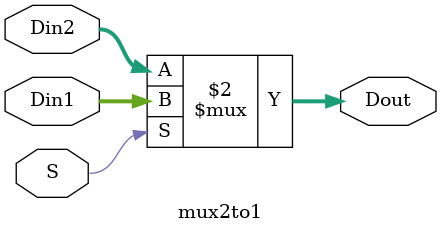
<source format=v>
module mux2to1 (Dout, Din1, Din2, S);

 input S;
 input  [31:0] Din1, Din2;
 output [31:0] Dout;
 
 assign Dout = (S == 1) ? Din1 : Din2;
 
endmodule 
</source>
